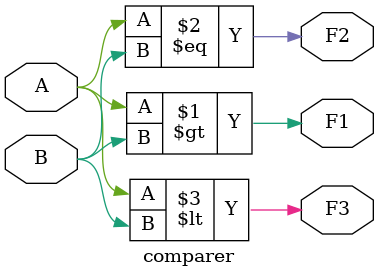
<source format=v>
`timescale 1ns / 1ps


module comparer(
  input A, 
  input B, 
  output F1,
  output F2,
  output F3
  );
  assign F1 = A>B;
  assign F2 = A==B;
  assign F3 = A<B;
endmodule

</source>
